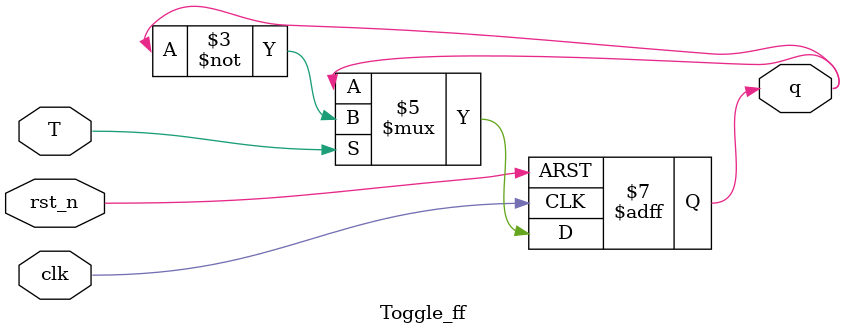
<source format=v>

module Toggle_ff(
input wire clk, rst_n, 
input wire T, 
output reg q 
);
//Operation of Toggle flip flop
// rst_n = 0 , T=x, q = 0; 
// rst_n = 1 , T=1, q = ~q; 
// rst_n = 1 , T=x, q = q; 

always @(posedge clk or negedge rst_n)
if (!rst_n) q <= 0;
else if(T) q <= ~q;
else        q <= q; 
 
endmodule 


// instance: 
// Toggle_ff inst_name(.clk(),.rst_n(),.T(),.q()); 
</source>
